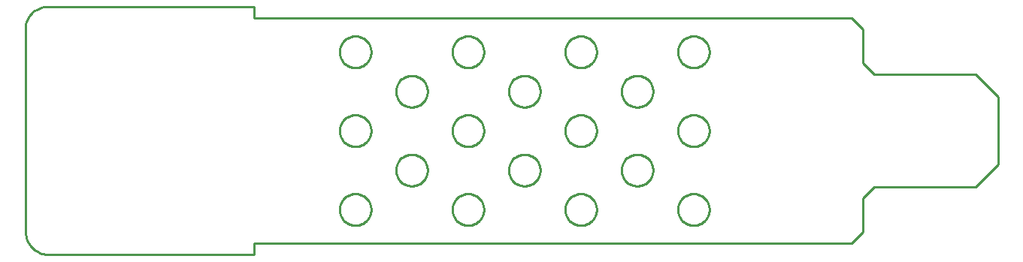
<source format=gbr>
G04 EAGLE Gerber RS-274X export*
G75*
%MOMM*%
%FSLAX34Y34*%
%LPD*%
%IN*%
%IPPOS*%
%AMOC8*
5,1,8,0,0,1.08239X$1,22.5*%
G01*
%ADD10C,0.254000*%


D10*
X-104775Y12700D02*
X-104606Y10420D01*
X-104239Y8164D01*
X-103677Y5948D01*
X-102924Y3789D01*
X-101985Y1704D01*
X-100869Y-291D01*
X-99583Y-2181D01*
X-98137Y-3951D01*
X-96542Y-5589D01*
X-94810Y-7082D01*
X-92955Y-8418D01*
X-90991Y-9588D01*
X-88932Y-10581D01*
X-86794Y-11392D01*
X-84594Y-12013D01*
X-82348Y-12440D01*
X-80073Y-12670D01*
X-77788Y-12700D01*
X152400Y-12700D01*
X152400Y0D01*
X825500Y0D01*
X838200Y12700D01*
X838200Y50800D01*
X850900Y63500D01*
X965200Y63500D01*
X990600Y88900D01*
X990600Y165100D01*
X965200Y190500D01*
X850900Y190500D01*
X838200Y203200D01*
X838200Y241300D01*
X825500Y254000D01*
X152400Y254000D01*
X152400Y266700D01*
X-82550Y266700D01*
X-84619Y266471D01*
X-86661Y266063D01*
X-88659Y265478D01*
X-90599Y264721D01*
X-92465Y263798D01*
X-94244Y262716D01*
X-95921Y261483D01*
X-97485Y260109D01*
X-98923Y258603D01*
X-100224Y256978D01*
X-101379Y255245D01*
X-102378Y253419D01*
X-103215Y251512D01*
X-103882Y249540D01*
X-104374Y247517D01*
X-104689Y245459D01*
X-104823Y243381D01*
X-104775Y241300D01*
X-104775Y12700D01*
X665480Y126418D02*
X665404Y125256D01*
X665252Y124102D01*
X665025Y122960D01*
X664724Y121836D01*
X664349Y120734D01*
X663904Y119658D01*
X663389Y118614D01*
X662807Y117606D01*
X662160Y116638D01*
X661452Y115714D01*
X660684Y114839D01*
X659861Y114016D01*
X658986Y113249D01*
X658062Y112540D01*
X657094Y111893D01*
X656086Y111311D01*
X655042Y110796D01*
X653966Y110351D01*
X652864Y109977D01*
X651740Y109675D01*
X650598Y109448D01*
X649444Y109296D01*
X648282Y109220D01*
X647118Y109220D01*
X645956Y109296D01*
X644802Y109448D01*
X643660Y109675D01*
X642536Y109977D01*
X641434Y110351D01*
X640358Y110796D01*
X639314Y111311D01*
X638306Y111893D01*
X637338Y112540D01*
X636414Y113249D01*
X635539Y114016D01*
X634716Y114839D01*
X633949Y115714D01*
X633240Y116638D01*
X632593Y117606D01*
X632011Y118614D01*
X631496Y119658D01*
X631051Y120734D01*
X630677Y121836D01*
X630375Y122960D01*
X630148Y124102D01*
X629996Y125256D01*
X629920Y126418D01*
X629920Y127582D01*
X629996Y128744D01*
X630148Y129898D01*
X630375Y131040D01*
X630677Y132164D01*
X631051Y133266D01*
X631496Y134342D01*
X632011Y135386D01*
X632593Y136394D01*
X633240Y137362D01*
X633949Y138286D01*
X634716Y139161D01*
X635539Y139984D01*
X636414Y140752D01*
X637338Y141460D01*
X638306Y142107D01*
X639314Y142689D01*
X640358Y143204D01*
X641434Y143649D01*
X642536Y144024D01*
X643660Y144325D01*
X644802Y144552D01*
X645956Y144704D01*
X647118Y144780D01*
X648282Y144780D01*
X649444Y144704D01*
X650598Y144552D01*
X651740Y144325D01*
X652864Y144024D01*
X653966Y143649D01*
X655042Y143204D01*
X656086Y142689D01*
X657094Y142107D01*
X658062Y141460D01*
X658986Y140752D01*
X659861Y139984D01*
X660684Y139161D01*
X661452Y138286D01*
X662160Y137362D01*
X662807Y136394D01*
X663389Y135386D01*
X663904Y134342D01*
X664349Y133266D01*
X664724Y132164D01*
X665025Y131040D01*
X665252Y129898D01*
X665404Y128744D01*
X665480Y127582D01*
X665480Y126418D01*
X284480Y126418D02*
X284404Y125256D01*
X284252Y124102D01*
X284025Y122960D01*
X283724Y121836D01*
X283349Y120734D01*
X282904Y119658D01*
X282389Y118614D01*
X281807Y117606D01*
X281160Y116638D01*
X280452Y115714D01*
X279684Y114839D01*
X278861Y114016D01*
X277986Y113249D01*
X277062Y112540D01*
X276094Y111893D01*
X275086Y111311D01*
X274042Y110796D01*
X272966Y110351D01*
X271864Y109977D01*
X270740Y109675D01*
X269598Y109448D01*
X268444Y109296D01*
X267282Y109220D01*
X266118Y109220D01*
X264956Y109296D01*
X263802Y109448D01*
X262660Y109675D01*
X261536Y109977D01*
X260434Y110351D01*
X259358Y110796D01*
X258314Y111311D01*
X257306Y111893D01*
X256338Y112540D01*
X255414Y113249D01*
X254539Y114016D01*
X253716Y114839D01*
X252949Y115714D01*
X252240Y116638D01*
X251593Y117606D01*
X251011Y118614D01*
X250496Y119658D01*
X250051Y120734D01*
X249677Y121836D01*
X249375Y122960D01*
X249148Y124102D01*
X248996Y125256D01*
X248920Y126418D01*
X248920Y127582D01*
X248996Y128744D01*
X249148Y129898D01*
X249375Y131040D01*
X249677Y132164D01*
X250051Y133266D01*
X250496Y134342D01*
X251011Y135386D01*
X251593Y136394D01*
X252240Y137362D01*
X252949Y138286D01*
X253716Y139161D01*
X254539Y139984D01*
X255414Y140752D01*
X256338Y141460D01*
X257306Y142107D01*
X258314Y142689D01*
X259358Y143204D01*
X260434Y143649D01*
X261536Y144024D01*
X262660Y144325D01*
X263802Y144552D01*
X264956Y144704D01*
X266118Y144780D01*
X267282Y144780D01*
X268444Y144704D01*
X269598Y144552D01*
X270740Y144325D01*
X271864Y144024D01*
X272966Y143649D01*
X274042Y143204D01*
X275086Y142689D01*
X276094Y142107D01*
X277062Y141460D01*
X277986Y140752D01*
X278861Y139984D01*
X279684Y139161D01*
X280452Y138286D01*
X281160Y137362D01*
X281807Y136394D01*
X282389Y135386D01*
X282904Y134342D01*
X283349Y133266D01*
X283724Y132164D01*
X284025Y131040D01*
X284252Y129898D01*
X284404Y128744D01*
X284480Y127582D01*
X284480Y126418D01*
X411480Y126418D02*
X411404Y125256D01*
X411252Y124102D01*
X411025Y122960D01*
X410724Y121836D01*
X410349Y120734D01*
X409904Y119658D01*
X409389Y118614D01*
X408807Y117606D01*
X408160Y116638D01*
X407452Y115714D01*
X406684Y114839D01*
X405861Y114016D01*
X404986Y113249D01*
X404062Y112540D01*
X403094Y111893D01*
X402086Y111311D01*
X401042Y110796D01*
X399966Y110351D01*
X398864Y109977D01*
X397740Y109675D01*
X396598Y109448D01*
X395444Y109296D01*
X394282Y109220D01*
X393118Y109220D01*
X391956Y109296D01*
X390802Y109448D01*
X389660Y109675D01*
X388536Y109977D01*
X387434Y110351D01*
X386358Y110796D01*
X385314Y111311D01*
X384306Y111893D01*
X383338Y112540D01*
X382414Y113249D01*
X381539Y114016D01*
X380716Y114839D01*
X379949Y115714D01*
X379240Y116638D01*
X378593Y117606D01*
X378011Y118614D01*
X377496Y119658D01*
X377051Y120734D01*
X376677Y121836D01*
X376375Y122960D01*
X376148Y124102D01*
X375996Y125256D01*
X375920Y126418D01*
X375920Y127582D01*
X375996Y128744D01*
X376148Y129898D01*
X376375Y131040D01*
X376677Y132164D01*
X377051Y133266D01*
X377496Y134342D01*
X378011Y135386D01*
X378593Y136394D01*
X379240Y137362D01*
X379949Y138286D01*
X380716Y139161D01*
X381539Y139984D01*
X382414Y140752D01*
X383338Y141460D01*
X384306Y142107D01*
X385314Y142689D01*
X386358Y143204D01*
X387434Y143649D01*
X388536Y144024D01*
X389660Y144325D01*
X390802Y144552D01*
X391956Y144704D01*
X393118Y144780D01*
X394282Y144780D01*
X395444Y144704D01*
X396598Y144552D01*
X397740Y144325D01*
X398864Y144024D01*
X399966Y143649D01*
X401042Y143204D01*
X402086Y142689D01*
X403094Y142107D01*
X404062Y141460D01*
X404986Y140752D01*
X405861Y139984D01*
X406684Y139161D01*
X407452Y138286D01*
X408160Y137362D01*
X408807Y136394D01*
X409389Y135386D01*
X409904Y134342D01*
X410349Y133266D01*
X410724Y132164D01*
X411025Y131040D01*
X411252Y129898D01*
X411404Y128744D01*
X411480Y127582D01*
X411480Y126418D01*
X538480Y126418D02*
X538404Y125256D01*
X538252Y124102D01*
X538025Y122960D01*
X537724Y121836D01*
X537349Y120734D01*
X536904Y119658D01*
X536389Y118614D01*
X535807Y117606D01*
X535160Y116638D01*
X534452Y115714D01*
X533684Y114839D01*
X532861Y114016D01*
X531986Y113249D01*
X531062Y112540D01*
X530094Y111893D01*
X529086Y111311D01*
X528042Y110796D01*
X526966Y110351D01*
X525864Y109977D01*
X524740Y109675D01*
X523598Y109448D01*
X522444Y109296D01*
X521282Y109220D01*
X520118Y109220D01*
X518956Y109296D01*
X517802Y109448D01*
X516660Y109675D01*
X515536Y109977D01*
X514434Y110351D01*
X513358Y110796D01*
X512314Y111311D01*
X511306Y111893D01*
X510338Y112540D01*
X509414Y113249D01*
X508539Y114016D01*
X507716Y114839D01*
X506949Y115714D01*
X506240Y116638D01*
X505593Y117606D01*
X505011Y118614D01*
X504496Y119658D01*
X504051Y120734D01*
X503677Y121836D01*
X503375Y122960D01*
X503148Y124102D01*
X502996Y125256D01*
X502920Y126418D01*
X502920Y127582D01*
X502996Y128744D01*
X503148Y129898D01*
X503375Y131040D01*
X503677Y132164D01*
X504051Y133266D01*
X504496Y134342D01*
X505011Y135386D01*
X505593Y136394D01*
X506240Y137362D01*
X506949Y138286D01*
X507716Y139161D01*
X508539Y139984D01*
X509414Y140752D01*
X510338Y141460D01*
X511306Y142107D01*
X512314Y142689D01*
X513358Y143204D01*
X514434Y143649D01*
X515536Y144024D01*
X516660Y144325D01*
X517802Y144552D01*
X518956Y144704D01*
X520118Y144780D01*
X521282Y144780D01*
X522444Y144704D01*
X523598Y144552D01*
X524740Y144325D01*
X525864Y144024D01*
X526966Y143649D01*
X528042Y143204D01*
X529086Y142689D01*
X530094Y142107D01*
X531062Y141460D01*
X531986Y140752D01*
X532861Y139984D01*
X533684Y139161D01*
X534452Y138286D01*
X535160Y137362D01*
X535807Y136394D01*
X536389Y135386D01*
X536904Y134342D01*
X537349Y133266D01*
X537724Y132164D01*
X538025Y131040D01*
X538252Y129898D01*
X538404Y128744D01*
X538480Y127582D01*
X538480Y126418D01*
X665480Y37518D02*
X665404Y36356D01*
X665252Y35202D01*
X665025Y34060D01*
X664724Y32936D01*
X664349Y31834D01*
X663904Y30758D01*
X663389Y29714D01*
X662807Y28706D01*
X662160Y27738D01*
X661452Y26814D01*
X660684Y25939D01*
X659861Y25116D01*
X658986Y24349D01*
X658062Y23640D01*
X657094Y22993D01*
X656086Y22411D01*
X655042Y21896D01*
X653966Y21451D01*
X652864Y21077D01*
X651740Y20775D01*
X650598Y20548D01*
X649444Y20396D01*
X648282Y20320D01*
X647118Y20320D01*
X645956Y20396D01*
X644802Y20548D01*
X643660Y20775D01*
X642536Y21077D01*
X641434Y21451D01*
X640358Y21896D01*
X639314Y22411D01*
X638306Y22993D01*
X637338Y23640D01*
X636414Y24349D01*
X635539Y25116D01*
X634716Y25939D01*
X633949Y26814D01*
X633240Y27738D01*
X632593Y28706D01*
X632011Y29714D01*
X631496Y30758D01*
X631051Y31834D01*
X630677Y32936D01*
X630375Y34060D01*
X630148Y35202D01*
X629996Y36356D01*
X629920Y37518D01*
X629920Y38682D01*
X629996Y39844D01*
X630148Y40998D01*
X630375Y42140D01*
X630677Y43264D01*
X631051Y44366D01*
X631496Y45442D01*
X632011Y46486D01*
X632593Y47494D01*
X633240Y48462D01*
X633949Y49386D01*
X634716Y50261D01*
X635539Y51084D01*
X636414Y51852D01*
X637338Y52560D01*
X638306Y53207D01*
X639314Y53789D01*
X640358Y54304D01*
X641434Y54749D01*
X642536Y55124D01*
X643660Y55425D01*
X644802Y55652D01*
X645956Y55804D01*
X647118Y55880D01*
X648282Y55880D01*
X649444Y55804D01*
X650598Y55652D01*
X651740Y55425D01*
X652864Y55124D01*
X653966Y54749D01*
X655042Y54304D01*
X656086Y53789D01*
X657094Y53207D01*
X658062Y52560D01*
X658986Y51852D01*
X659861Y51084D01*
X660684Y50261D01*
X661452Y49386D01*
X662160Y48462D01*
X662807Y47494D01*
X663389Y46486D01*
X663904Y45442D01*
X664349Y44366D01*
X664724Y43264D01*
X665025Y42140D01*
X665252Y40998D01*
X665404Y39844D01*
X665480Y38682D01*
X665480Y37518D01*
X284480Y37518D02*
X284404Y36356D01*
X284252Y35202D01*
X284025Y34060D01*
X283724Y32936D01*
X283349Y31834D01*
X282904Y30758D01*
X282389Y29714D01*
X281807Y28706D01*
X281160Y27738D01*
X280452Y26814D01*
X279684Y25939D01*
X278861Y25116D01*
X277986Y24349D01*
X277062Y23640D01*
X276094Y22993D01*
X275086Y22411D01*
X274042Y21896D01*
X272966Y21451D01*
X271864Y21077D01*
X270740Y20775D01*
X269598Y20548D01*
X268444Y20396D01*
X267282Y20320D01*
X266118Y20320D01*
X264956Y20396D01*
X263802Y20548D01*
X262660Y20775D01*
X261536Y21077D01*
X260434Y21451D01*
X259358Y21896D01*
X258314Y22411D01*
X257306Y22993D01*
X256338Y23640D01*
X255414Y24349D01*
X254539Y25116D01*
X253716Y25939D01*
X252949Y26814D01*
X252240Y27738D01*
X251593Y28706D01*
X251011Y29714D01*
X250496Y30758D01*
X250051Y31834D01*
X249677Y32936D01*
X249375Y34060D01*
X249148Y35202D01*
X248996Y36356D01*
X248920Y37518D01*
X248920Y38682D01*
X248996Y39844D01*
X249148Y40998D01*
X249375Y42140D01*
X249677Y43264D01*
X250051Y44366D01*
X250496Y45442D01*
X251011Y46486D01*
X251593Y47494D01*
X252240Y48462D01*
X252949Y49386D01*
X253716Y50261D01*
X254539Y51084D01*
X255414Y51852D01*
X256338Y52560D01*
X257306Y53207D01*
X258314Y53789D01*
X259358Y54304D01*
X260434Y54749D01*
X261536Y55124D01*
X262660Y55425D01*
X263802Y55652D01*
X264956Y55804D01*
X266118Y55880D01*
X267282Y55880D01*
X268444Y55804D01*
X269598Y55652D01*
X270740Y55425D01*
X271864Y55124D01*
X272966Y54749D01*
X274042Y54304D01*
X275086Y53789D01*
X276094Y53207D01*
X277062Y52560D01*
X277986Y51852D01*
X278861Y51084D01*
X279684Y50261D01*
X280452Y49386D01*
X281160Y48462D01*
X281807Y47494D01*
X282389Y46486D01*
X282904Y45442D01*
X283349Y44366D01*
X283724Y43264D01*
X284025Y42140D01*
X284252Y40998D01*
X284404Y39844D01*
X284480Y38682D01*
X284480Y37518D01*
X411480Y37518D02*
X411404Y36356D01*
X411252Y35202D01*
X411025Y34060D01*
X410724Y32936D01*
X410349Y31834D01*
X409904Y30758D01*
X409389Y29714D01*
X408807Y28706D01*
X408160Y27738D01*
X407452Y26814D01*
X406684Y25939D01*
X405861Y25116D01*
X404986Y24349D01*
X404062Y23640D01*
X403094Y22993D01*
X402086Y22411D01*
X401042Y21896D01*
X399966Y21451D01*
X398864Y21077D01*
X397740Y20775D01*
X396598Y20548D01*
X395444Y20396D01*
X394282Y20320D01*
X393118Y20320D01*
X391956Y20396D01*
X390802Y20548D01*
X389660Y20775D01*
X388536Y21077D01*
X387434Y21451D01*
X386358Y21896D01*
X385314Y22411D01*
X384306Y22993D01*
X383338Y23640D01*
X382414Y24349D01*
X381539Y25116D01*
X380716Y25939D01*
X379949Y26814D01*
X379240Y27738D01*
X378593Y28706D01*
X378011Y29714D01*
X377496Y30758D01*
X377051Y31834D01*
X376677Y32936D01*
X376375Y34060D01*
X376148Y35202D01*
X375996Y36356D01*
X375920Y37518D01*
X375920Y38682D01*
X375996Y39844D01*
X376148Y40998D01*
X376375Y42140D01*
X376677Y43264D01*
X377051Y44366D01*
X377496Y45442D01*
X378011Y46486D01*
X378593Y47494D01*
X379240Y48462D01*
X379949Y49386D01*
X380716Y50261D01*
X381539Y51084D01*
X382414Y51852D01*
X383338Y52560D01*
X384306Y53207D01*
X385314Y53789D01*
X386358Y54304D01*
X387434Y54749D01*
X388536Y55124D01*
X389660Y55425D01*
X390802Y55652D01*
X391956Y55804D01*
X393118Y55880D01*
X394282Y55880D01*
X395444Y55804D01*
X396598Y55652D01*
X397740Y55425D01*
X398864Y55124D01*
X399966Y54749D01*
X401042Y54304D01*
X402086Y53789D01*
X403094Y53207D01*
X404062Y52560D01*
X404986Y51852D01*
X405861Y51084D01*
X406684Y50261D01*
X407452Y49386D01*
X408160Y48462D01*
X408807Y47494D01*
X409389Y46486D01*
X409904Y45442D01*
X410349Y44366D01*
X410724Y43264D01*
X411025Y42140D01*
X411252Y40998D01*
X411404Y39844D01*
X411480Y38682D01*
X411480Y37518D01*
X538480Y37518D02*
X538404Y36356D01*
X538252Y35202D01*
X538025Y34060D01*
X537724Y32936D01*
X537349Y31834D01*
X536904Y30758D01*
X536389Y29714D01*
X535807Y28706D01*
X535160Y27738D01*
X534452Y26814D01*
X533684Y25939D01*
X532861Y25116D01*
X531986Y24349D01*
X531062Y23640D01*
X530094Y22993D01*
X529086Y22411D01*
X528042Y21896D01*
X526966Y21451D01*
X525864Y21077D01*
X524740Y20775D01*
X523598Y20548D01*
X522444Y20396D01*
X521282Y20320D01*
X520118Y20320D01*
X518956Y20396D01*
X517802Y20548D01*
X516660Y20775D01*
X515536Y21077D01*
X514434Y21451D01*
X513358Y21896D01*
X512314Y22411D01*
X511306Y22993D01*
X510338Y23640D01*
X509414Y24349D01*
X508539Y25116D01*
X507716Y25939D01*
X506949Y26814D01*
X506240Y27738D01*
X505593Y28706D01*
X505011Y29714D01*
X504496Y30758D01*
X504051Y31834D01*
X503677Y32936D01*
X503375Y34060D01*
X503148Y35202D01*
X502996Y36356D01*
X502920Y37518D01*
X502920Y38682D01*
X502996Y39844D01*
X503148Y40998D01*
X503375Y42140D01*
X503677Y43264D01*
X504051Y44366D01*
X504496Y45442D01*
X505011Y46486D01*
X505593Y47494D01*
X506240Y48462D01*
X506949Y49386D01*
X507716Y50261D01*
X508539Y51084D01*
X509414Y51852D01*
X510338Y52560D01*
X511306Y53207D01*
X512314Y53789D01*
X513358Y54304D01*
X514434Y54749D01*
X515536Y55124D01*
X516660Y55425D01*
X517802Y55652D01*
X518956Y55804D01*
X520118Y55880D01*
X521282Y55880D01*
X522444Y55804D01*
X523598Y55652D01*
X524740Y55425D01*
X525864Y55124D01*
X526966Y54749D01*
X528042Y54304D01*
X529086Y53789D01*
X530094Y53207D01*
X531062Y52560D01*
X531986Y51852D01*
X532861Y51084D01*
X533684Y50261D01*
X534452Y49386D01*
X535160Y48462D01*
X535807Y47494D01*
X536389Y46486D01*
X536904Y45442D01*
X537349Y44366D01*
X537724Y43264D01*
X538025Y42140D01*
X538252Y40998D01*
X538404Y39844D01*
X538480Y38682D01*
X538480Y37518D01*
X284480Y215318D02*
X284404Y214156D01*
X284252Y213002D01*
X284025Y211860D01*
X283724Y210736D01*
X283349Y209634D01*
X282904Y208558D01*
X282389Y207514D01*
X281807Y206506D01*
X281160Y205538D01*
X280452Y204614D01*
X279684Y203739D01*
X278861Y202916D01*
X277986Y202149D01*
X277062Y201440D01*
X276094Y200793D01*
X275086Y200211D01*
X274042Y199696D01*
X272966Y199251D01*
X271864Y198877D01*
X270740Y198575D01*
X269598Y198348D01*
X268444Y198196D01*
X267282Y198120D01*
X266118Y198120D01*
X264956Y198196D01*
X263802Y198348D01*
X262660Y198575D01*
X261536Y198877D01*
X260434Y199251D01*
X259358Y199696D01*
X258314Y200211D01*
X257306Y200793D01*
X256338Y201440D01*
X255414Y202149D01*
X254539Y202916D01*
X253716Y203739D01*
X252949Y204614D01*
X252240Y205538D01*
X251593Y206506D01*
X251011Y207514D01*
X250496Y208558D01*
X250051Y209634D01*
X249677Y210736D01*
X249375Y211860D01*
X249148Y213002D01*
X248996Y214156D01*
X248920Y215318D01*
X248920Y216482D01*
X248996Y217644D01*
X249148Y218798D01*
X249375Y219940D01*
X249677Y221064D01*
X250051Y222166D01*
X250496Y223242D01*
X251011Y224286D01*
X251593Y225294D01*
X252240Y226262D01*
X252949Y227186D01*
X253716Y228061D01*
X254539Y228884D01*
X255414Y229652D01*
X256338Y230360D01*
X257306Y231007D01*
X258314Y231589D01*
X259358Y232104D01*
X260434Y232549D01*
X261536Y232924D01*
X262660Y233225D01*
X263802Y233452D01*
X264956Y233604D01*
X266118Y233680D01*
X267282Y233680D01*
X268444Y233604D01*
X269598Y233452D01*
X270740Y233225D01*
X271864Y232924D01*
X272966Y232549D01*
X274042Y232104D01*
X275086Y231589D01*
X276094Y231007D01*
X277062Y230360D01*
X277986Y229652D01*
X278861Y228884D01*
X279684Y228061D01*
X280452Y227186D01*
X281160Y226262D01*
X281807Y225294D01*
X282389Y224286D01*
X282904Y223242D01*
X283349Y222166D01*
X283724Y221064D01*
X284025Y219940D01*
X284252Y218798D01*
X284404Y217644D01*
X284480Y216482D01*
X284480Y215318D01*
X411480Y215318D02*
X411404Y214156D01*
X411252Y213002D01*
X411025Y211860D01*
X410724Y210736D01*
X410349Y209634D01*
X409904Y208558D01*
X409389Y207514D01*
X408807Y206506D01*
X408160Y205538D01*
X407452Y204614D01*
X406684Y203739D01*
X405861Y202916D01*
X404986Y202149D01*
X404062Y201440D01*
X403094Y200793D01*
X402086Y200211D01*
X401042Y199696D01*
X399966Y199251D01*
X398864Y198877D01*
X397740Y198575D01*
X396598Y198348D01*
X395444Y198196D01*
X394282Y198120D01*
X393118Y198120D01*
X391956Y198196D01*
X390802Y198348D01*
X389660Y198575D01*
X388536Y198877D01*
X387434Y199251D01*
X386358Y199696D01*
X385314Y200211D01*
X384306Y200793D01*
X383338Y201440D01*
X382414Y202149D01*
X381539Y202916D01*
X380716Y203739D01*
X379949Y204614D01*
X379240Y205538D01*
X378593Y206506D01*
X378011Y207514D01*
X377496Y208558D01*
X377051Y209634D01*
X376677Y210736D01*
X376375Y211860D01*
X376148Y213002D01*
X375996Y214156D01*
X375920Y215318D01*
X375920Y216482D01*
X375996Y217644D01*
X376148Y218798D01*
X376375Y219940D01*
X376677Y221064D01*
X377051Y222166D01*
X377496Y223242D01*
X378011Y224286D01*
X378593Y225294D01*
X379240Y226262D01*
X379949Y227186D01*
X380716Y228061D01*
X381539Y228884D01*
X382414Y229652D01*
X383338Y230360D01*
X384306Y231007D01*
X385314Y231589D01*
X386358Y232104D01*
X387434Y232549D01*
X388536Y232924D01*
X389660Y233225D01*
X390802Y233452D01*
X391956Y233604D01*
X393118Y233680D01*
X394282Y233680D01*
X395444Y233604D01*
X396598Y233452D01*
X397740Y233225D01*
X398864Y232924D01*
X399966Y232549D01*
X401042Y232104D01*
X402086Y231589D01*
X403094Y231007D01*
X404062Y230360D01*
X404986Y229652D01*
X405861Y228884D01*
X406684Y228061D01*
X407452Y227186D01*
X408160Y226262D01*
X408807Y225294D01*
X409389Y224286D01*
X409904Y223242D01*
X410349Y222166D01*
X410724Y221064D01*
X411025Y219940D01*
X411252Y218798D01*
X411404Y217644D01*
X411480Y216482D01*
X411480Y215318D01*
X538480Y215318D02*
X538404Y214156D01*
X538252Y213002D01*
X538025Y211860D01*
X537724Y210736D01*
X537349Y209634D01*
X536904Y208558D01*
X536389Y207514D01*
X535807Y206506D01*
X535160Y205538D01*
X534452Y204614D01*
X533684Y203739D01*
X532861Y202916D01*
X531986Y202149D01*
X531062Y201440D01*
X530094Y200793D01*
X529086Y200211D01*
X528042Y199696D01*
X526966Y199251D01*
X525864Y198877D01*
X524740Y198575D01*
X523598Y198348D01*
X522444Y198196D01*
X521282Y198120D01*
X520118Y198120D01*
X518956Y198196D01*
X517802Y198348D01*
X516660Y198575D01*
X515536Y198877D01*
X514434Y199251D01*
X513358Y199696D01*
X512314Y200211D01*
X511306Y200793D01*
X510338Y201440D01*
X509414Y202149D01*
X508539Y202916D01*
X507716Y203739D01*
X506949Y204614D01*
X506240Y205538D01*
X505593Y206506D01*
X505011Y207514D01*
X504496Y208558D01*
X504051Y209634D01*
X503677Y210736D01*
X503375Y211860D01*
X503148Y213002D01*
X502996Y214156D01*
X502920Y215318D01*
X502920Y216482D01*
X502996Y217644D01*
X503148Y218798D01*
X503375Y219940D01*
X503677Y221064D01*
X504051Y222166D01*
X504496Y223242D01*
X505011Y224286D01*
X505593Y225294D01*
X506240Y226262D01*
X506949Y227186D01*
X507716Y228061D01*
X508539Y228884D01*
X509414Y229652D01*
X510338Y230360D01*
X511306Y231007D01*
X512314Y231589D01*
X513358Y232104D01*
X514434Y232549D01*
X515536Y232924D01*
X516660Y233225D01*
X517802Y233452D01*
X518956Y233604D01*
X520118Y233680D01*
X521282Y233680D01*
X522444Y233604D01*
X523598Y233452D01*
X524740Y233225D01*
X525864Y232924D01*
X526966Y232549D01*
X528042Y232104D01*
X529086Y231589D01*
X530094Y231007D01*
X531062Y230360D01*
X531986Y229652D01*
X532861Y228884D01*
X533684Y228061D01*
X534452Y227186D01*
X535160Y226262D01*
X535807Y225294D01*
X536389Y224286D01*
X536904Y223242D01*
X537349Y222166D01*
X537724Y221064D01*
X538025Y219940D01*
X538252Y218798D01*
X538404Y217644D01*
X538480Y216482D01*
X538480Y215318D01*
X601980Y170868D02*
X601904Y169706D01*
X601752Y168552D01*
X601525Y167410D01*
X601224Y166286D01*
X600849Y165184D01*
X600404Y164108D01*
X599889Y163064D01*
X599307Y162056D01*
X598660Y161088D01*
X597952Y160164D01*
X597184Y159289D01*
X596361Y158466D01*
X595486Y157699D01*
X594562Y156990D01*
X593594Y156343D01*
X592586Y155761D01*
X591542Y155246D01*
X590466Y154801D01*
X589364Y154427D01*
X588240Y154125D01*
X587098Y153898D01*
X585944Y153746D01*
X584782Y153670D01*
X583618Y153670D01*
X582456Y153746D01*
X581302Y153898D01*
X580160Y154125D01*
X579036Y154427D01*
X577934Y154801D01*
X576858Y155246D01*
X575814Y155761D01*
X574806Y156343D01*
X573838Y156990D01*
X572914Y157699D01*
X572039Y158466D01*
X571216Y159289D01*
X570449Y160164D01*
X569740Y161088D01*
X569093Y162056D01*
X568511Y163064D01*
X567996Y164108D01*
X567551Y165184D01*
X567177Y166286D01*
X566875Y167410D01*
X566648Y168552D01*
X566496Y169706D01*
X566420Y170868D01*
X566420Y172032D01*
X566496Y173194D01*
X566648Y174348D01*
X566875Y175490D01*
X567177Y176614D01*
X567551Y177716D01*
X567996Y178792D01*
X568511Y179836D01*
X569093Y180844D01*
X569740Y181812D01*
X570449Y182736D01*
X571216Y183611D01*
X572039Y184434D01*
X572914Y185202D01*
X573838Y185910D01*
X574806Y186557D01*
X575814Y187139D01*
X576858Y187654D01*
X577934Y188099D01*
X579036Y188474D01*
X580160Y188775D01*
X581302Y189002D01*
X582456Y189154D01*
X583618Y189230D01*
X584782Y189230D01*
X585944Y189154D01*
X587098Y189002D01*
X588240Y188775D01*
X589364Y188474D01*
X590466Y188099D01*
X591542Y187654D01*
X592586Y187139D01*
X593594Y186557D01*
X594562Y185910D01*
X595486Y185202D01*
X596361Y184434D01*
X597184Y183611D01*
X597952Y182736D01*
X598660Y181812D01*
X599307Y180844D01*
X599889Y179836D01*
X600404Y178792D01*
X600849Y177716D01*
X601224Y176614D01*
X601525Y175490D01*
X601752Y174348D01*
X601904Y173194D01*
X601980Y172032D01*
X601980Y170868D01*
X347980Y170868D02*
X347904Y169706D01*
X347752Y168552D01*
X347525Y167410D01*
X347224Y166286D01*
X346849Y165184D01*
X346404Y164108D01*
X345889Y163064D01*
X345307Y162056D01*
X344660Y161088D01*
X343952Y160164D01*
X343184Y159289D01*
X342361Y158466D01*
X341486Y157699D01*
X340562Y156990D01*
X339594Y156343D01*
X338586Y155761D01*
X337542Y155246D01*
X336466Y154801D01*
X335364Y154427D01*
X334240Y154125D01*
X333098Y153898D01*
X331944Y153746D01*
X330782Y153670D01*
X329618Y153670D01*
X328456Y153746D01*
X327302Y153898D01*
X326160Y154125D01*
X325036Y154427D01*
X323934Y154801D01*
X322858Y155246D01*
X321814Y155761D01*
X320806Y156343D01*
X319838Y156990D01*
X318914Y157699D01*
X318039Y158466D01*
X317216Y159289D01*
X316449Y160164D01*
X315740Y161088D01*
X315093Y162056D01*
X314511Y163064D01*
X313996Y164108D01*
X313551Y165184D01*
X313177Y166286D01*
X312875Y167410D01*
X312648Y168552D01*
X312496Y169706D01*
X312420Y170868D01*
X312420Y172032D01*
X312496Y173194D01*
X312648Y174348D01*
X312875Y175490D01*
X313177Y176614D01*
X313551Y177716D01*
X313996Y178792D01*
X314511Y179836D01*
X315093Y180844D01*
X315740Y181812D01*
X316449Y182736D01*
X317216Y183611D01*
X318039Y184434D01*
X318914Y185202D01*
X319838Y185910D01*
X320806Y186557D01*
X321814Y187139D01*
X322858Y187654D01*
X323934Y188099D01*
X325036Y188474D01*
X326160Y188775D01*
X327302Y189002D01*
X328456Y189154D01*
X329618Y189230D01*
X330782Y189230D01*
X331944Y189154D01*
X333098Y189002D01*
X334240Y188775D01*
X335364Y188474D01*
X336466Y188099D01*
X337542Y187654D01*
X338586Y187139D01*
X339594Y186557D01*
X340562Y185910D01*
X341486Y185202D01*
X342361Y184434D01*
X343184Y183611D01*
X343952Y182736D01*
X344660Y181812D01*
X345307Y180844D01*
X345889Y179836D01*
X346404Y178792D01*
X346849Y177716D01*
X347224Y176614D01*
X347525Y175490D01*
X347752Y174348D01*
X347904Y173194D01*
X347980Y172032D01*
X347980Y170868D01*
X474980Y170868D02*
X474904Y169706D01*
X474752Y168552D01*
X474525Y167410D01*
X474224Y166286D01*
X473849Y165184D01*
X473404Y164108D01*
X472889Y163064D01*
X472307Y162056D01*
X471660Y161088D01*
X470952Y160164D01*
X470184Y159289D01*
X469361Y158466D01*
X468486Y157699D01*
X467562Y156990D01*
X466594Y156343D01*
X465586Y155761D01*
X464542Y155246D01*
X463466Y154801D01*
X462364Y154427D01*
X461240Y154125D01*
X460098Y153898D01*
X458944Y153746D01*
X457782Y153670D01*
X456618Y153670D01*
X455456Y153746D01*
X454302Y153898D01*
X453160Y154125D01*
X452036Y154427D01*
X450934Y154801D01*
X449858Y155246D01*
X448814Y155761D01*
X447806Y156343D01*
X446838Y156990D01*
X445914Y157699D01*
X445039Y158466D01*
X444216Y159289D01*
X443449Y160164D01*
X442740Y161088D01*
X442093Y162056D01*
X441511Y163064D01*
X440996Y164108D01*
X440551Y165184D01*
X440177Y166286D01*
X439875Y167410D01*
X439648Y168552D01*
X439496Y169706D01*
X439420Y170868D01*
X439420Y172032D01*
X439496Y173194D01*
X439648Y174348D01*
X439875Y175490D01*
X440177Y176614D01*
X440551Y177716D01*
X440996Y178792D01*
X441511Y179836D01*
X442093Y180844D01*
X442740Y181812D01*
X443449Y182736D01*
X444216Y183611D01*
X445039Y184434D01*
X445914Y185202D01*
X446838Y185910D01*
X447806Y186557D01*
X448814Y187139D01*
X449858Y187654D01*
X450934Y188099D01*
X452036Y188474D01*
X453160Y188775D01*
X454302Y189002D01*
X455456Y189154D01*
X456618Y189230D01*
X457782Y189230D01*
X458944Y189154D01*
X460098Y189002D01*
X461240Y188775D01*
X462364Y188474D01*
X463466Y188099D01*
X464542Y187654D01*
X465586Y187139D01*
X466594Y186557D01*
X467562Y185910D01*
X468486Y185202D01*
X469361Y184434D01*
X470184Y183611D01*
X470952Y182736D01*
X471660Y181812D01*
X472307Y180844D01*
X472889Y179836D01*
X473404Y178792D01*
X473849Y177716D01*
X474224Y176614D01*
X474525Y175490D01*
X474752Y174348D01*
X474904Y173194D01*
X474980Y172032D01*
X474980Y170868D01*
X601980Y81968D02*
X601904Y80806D01*
X601752Y79652D01*
X601525Y78510D01*
X601224Y77386D01*
X600849Y76284D01*
X600404Y75208D01*
X599889Y74164D01*
X599307Y73156D01*
X598660Y72188D01*
X597952Y71264D01*
X597184Y70389D01*
X596361Y69566D01*
X595486Y68799D01*
X594562Y68090D01*
X593594Y67443D01*
X592586Y66861D01*
X591542Y66346D01*
X590466Y65901D01*
X589364Y65527D01*
X588240Y65225D01*
X587098Y64998D01*
X585944Y64846D01*
X584782Y64770D01*
X583618Y64770D01*
X582456Y64846D01*
X581302Y64998D01*
X580160Y65225D01*
X579036Y65527D01*
X577934Y65901D01*
X576858Y66346D01*
X575814Y66861D01*
X574806Y67443D01*
X573838Y68090D01*
X572914Y68799D01*
X572039Y69566D01*
X571216Y70389D01*
X570449Y71264D01*
X569740Y72188D01*
X569093Y73156D01*
X568511Y74164D01*
X567996Y75208D01*
X567551Y76284D01*
X567177Y77386D01*
X566875Y78510D01*
X566648Y79652D01*
X566496Y80806D01*
X566420Y81968D01*
X566420Y83132D01*
X566496Y84294D01*
X566648Y85448D01*
X566875Y86590D01*
X567177Y87714D01*
X567551Y88816D01*
X567996Y89892D01*
X568511Y90936D01*
X569093Y91944D01*
X569740Y92912D01*
X570449Y93836D01*
X571216Y94711D01*
X572039Y95534D01*
X572914Y96302D01*
X573838Y97010D01*
X574806Y97657D01*
X575814Y98239D01*
X576858Y98754D01*
X577934Y99199D01*
X579036Y99574D01*
X580160Y99875D01*
X581302Y100102D01*
X582456Y100254D01*
X583618Y100330D01*
X584782Y100330D01*
X585944Y100254D01*
X587098Y100102D01*
X588240Y99875D01*
X589364Y99574D01*
X590466Y99199D01*
X591542Y98754D01*
X592586Y98239D01*
X593594Y97657D01*
X594562Y97010D01*
X595486Y96302D01*
X596361Y95534D01*
X597184Y94711D01*
X597952Y93836D01*
X598660Y92912D01*
X599307Y91944D01*
X599889Y90936D01*
X600404Y89892D01*
X600849Y88816D01*
X601224Y87714D01*
X601525Y86590D01*
X601752Y85448D01*
X601904Y84294D01*
X601980Y83132D01*
X601980Y81968D01*
X347980Y81968D02*
X347904Y80806D01*
X347752Y79652D01*
X347525Y78510D01*
X347224Y77386D01*
X346849Y76284D01*
X346404Y75208D01*
X345889Y74164D01*
X345307Y73156D01*
X344660Y72188D01*
X343952Y71264D01*
X343184Y70389D01*
X342361Y69566D01*
X341486Y68799D01*
X340562Y68090D01*
X339594Y67443D01*
X338586Y66861D01*
X337542Y66346D01*
X336466Y65901D01*
X335364Y65527D01*
X334240Y65225D01*
X333098Y64998D01*
X331944Y64846D01*
X330782Y64770D01*
X329618Y64770D01*
X328456Y64846D01*
X327302Y64998D01*
X326160Y65225D01*
X325036Y65527D01*
X323934Y65901D01*
X322858Y66346D01*
X321814Y66861D01*
X320806Y67443D01*
X319838Y68090D01*
X318914Y68799D01*
X318039Y69566D01*
X317216Y70389D01*
X316449Y71264D01*
X315740Y72188D01*
X315093Y73156D01*
X314511Y74164D01*
X313996Y75208D01*
X313551Y76284D01*
X313177Y77386D01*
X312875Y78510D01*
X312648Y79652D01*
X312496Y80806D01*
X312420Y81968D01*
X312420Y83132D01*
X312496Y84294D01*
X312648Y85448D01*
X312875Y86590D01*
X313177Y87714D01*
X313551Y88816D01*
X313996Y89892D01*
X314511Y90936D01*
X315093Y91944D01*
X315740Y92912D01*
X316449Y93836D01*
X317216Y94711D01*
X318039Y95534D01*
X318914Y96302D01*
X319838Y97010D01*
X320806Y97657D01*
X321814Y98239D01*
X322858Y98754D01*
X323934Y99199D01*
X325036Y99574D01*
X326160Y99875D01*
X327302Y100102D01*
X328456Y100254D01*
X329618Y100330D01*
X330782Y100330D01*
X331944Y100254D01*
X333098Y100102D01*
X334240Y99875D01*
X335364Y99574D01*
X336466Y99199D01*
X337542Y98754D01*
X338586Y98239D01*
X339594Y97657D01*
X340562Y97010D01*
X341486Y96302D01*
X342361Y95534D01*
X343184Y94711D01*
X343952Y93836D01*
X344660Y92912D01*
X345307Y91944D01*
X345889Y90936D01*
X346404Y89892D01*
X346849Y88816D01*
X347224Y87714D01*
X347525Y86590D01*
X347752Y85448D01*
X347904Y84294D01*
X347980Y83132D01*
X347980Y81968D01*
X474980Y81968D02*
X474904Y80806D01*
X474752Y79652D01*
X474525Y78510D01*
X474224Y77386D01*
X473849Y76284D01*
X473404Y75208D01*
X472889Y74164D01*
X472307Y73156D01*
X471660Y72188D01*
X470952Y71264D01*
X470184Y70389D01*
X469361Y69566D01*
X468486Y68799D01*
X467562Y68090D01*
X466594Y67443D01*
X465586Y66861D01*
X464542Y66346D01*
X463466Y65901D01*
X462364Y65527D01*
X461240Y65225D01*
X460098Y64998D01*
X458944Y64846D01*
X457782Y64770D01*
X456618Y64770D01*
X455456Y64846D01*
X454302Y64998D01*
X453160Y65225D01*
X452036Y65527D01*
X450934Y65901D01*
X449858Y66346D01*
X448814Y66861D01*
X447806Y67443D01*
X446838Y68090D01*
X445914Y68799D01*
X445039Y69566D01*
X444216Y70389D01*
X443449Y71264D01*
X442740Y72188D01*
X442093Y73156D01*
X441511Y74164D01*
X440996Y75208D01*
X440551Y76284D01*
X440177Y77386D01*
X439875Y78510D01*
X439648Y79652D01*
X439496Y80806D01*
X439420Y81968D01*
X439420Y83132D01*
X439496Y84294D01*
X439648Y85448D01*
X439875Y86590D01*
X440177Y87714D01*
X440551Y88816D01*
X440996Y89892D01*
X441511Y90936D01*
X442093Y91944D01*
X442740Y92912D01*
X443449Y93836D01*
X444216Y94711D01*
X445039Y95534D01*
X445914Y96302D01*
X446838Y97010D01*
X447806Y97657D01*
X448814Y98239D01*
X449858Y98754D01*
X450934Y99199D01*
X452036Y99574D01*
X453160Y99875D01*
X454302Y100102D01*
X455456Y100254D01*
X456618Y100330D01*
X457782Y100330D01*
X458944Y100254D01*
X460098Y100102D01*
X461240Y99875D01*
X462364Y99574D01*
X463466Y99199D01*
X464542Y98754D01*
X465586Y98239D01*
X466594Y97657D01*
X467562Y97010D01*
X468486Y96302D01*
X469361Y95534D01*
X470184Y94711D01*
X470952Y93836D01*
X471660Y92912D01*
X472307Y91944D01*
X472889Y90936D01*
X473404Y89892D01*
X473849Y88816D01*
X474224Y87714D01*
X474525Y86590D01*
X474752Y85448D01*
X474904Y84294D01*
X474980Y83132D01*
X474980Y81968D01*
X665480Y215318D02*
X665404Y214156D01*
X665252Y213002D01*
X665025Y211860D01*
X664724Y210736D01*
X664349Y209634D01*
X663904Y208558D01*
X663389Y207514D01*
X662807Y206506D01*
X662160Y205538D01*
X661452Y204614D01*
X660684Y203739D01*
X659861Y202916D01*
X658986Y202149D01*
X658062Y201440D01*
X657094Y200793D01*
X656086Y200211D01*
X655042Y199696D01*
X653966Y199251D01*
X652864Y198877D01*
X651740Y198575D01*
X650598Y198348D01*
X649444Y198196D01*
X648282Y198120D01*
X647118Y198120D01*
X645956Y198196D01*
X644802Y198348D01*
X643660Y198575D01*
X642536Y198877D01*
X641434Y199251D01*
X640358Y199696D01*
X639314Y200211D01*
X638306Y200793D01*
X637338Y201440D01*
X636414Y202149D01*
X635539Y202916D01*
X634716Y203739D01*
X633949Y204614D01*
X633240Y205538D01*
X632593Y206506D01*
X632011Y207514D01*
X631496Y208558D01*
X631051Y209634D01*
X630677Y210736D01*
X630375Y211860D01*
X630148Y213002D01*
X629996Y214156D01*
X629920Y215318D01*
X629920Y216482D01*
X629996Y217644D01*
X630148Y218798D01*
X630375Y219940D01*
X630677Y221064D01*
X631051Y222166D01*
X631496Y223242D01*
X632011Y224286D01*
X632593Y225294D01*
X633240Y226262D01*
X633949Y227186D01*
X634716Y228061D01*
X635539Y228884D01*
X636414Y229652D01*
X637338Y230360D01*
X638306Y231007D01*
X639314Y231589D01*
X640358Y232104D01*
X641434Y232549D01*
X642536Y232924D01*
X643660Y233225D01*
X644802Y233452D01*
X645956Y233604D01*
X647118Y233680D01*
X648282Y233680D01*
X649444Y233604D01*
X650598Y233452D01*
X651740Y233225D01*
X652864Y232924D01*
X653966Y232549D01*
X655042Y232104D01*
X656086Y231589D01*
X657094Y231007D01*
X658062Y230360D01*
X658986Y229652D01*
X659861Y228884D01*
X660684Y228061D01*
X661452Y227186D01*
X662160Y226262D01*
X662807Y225294D01*
X663389Y224286D01*
X663904Y223242D01*
X664349Y222166D01*
X664724Y221064D01*
X665025Y219940D01*
X665252Y218798D01*
X665404Y217644D01*
X665480Y216482D01*
X665480Y215318D01*
M02*

</source>
